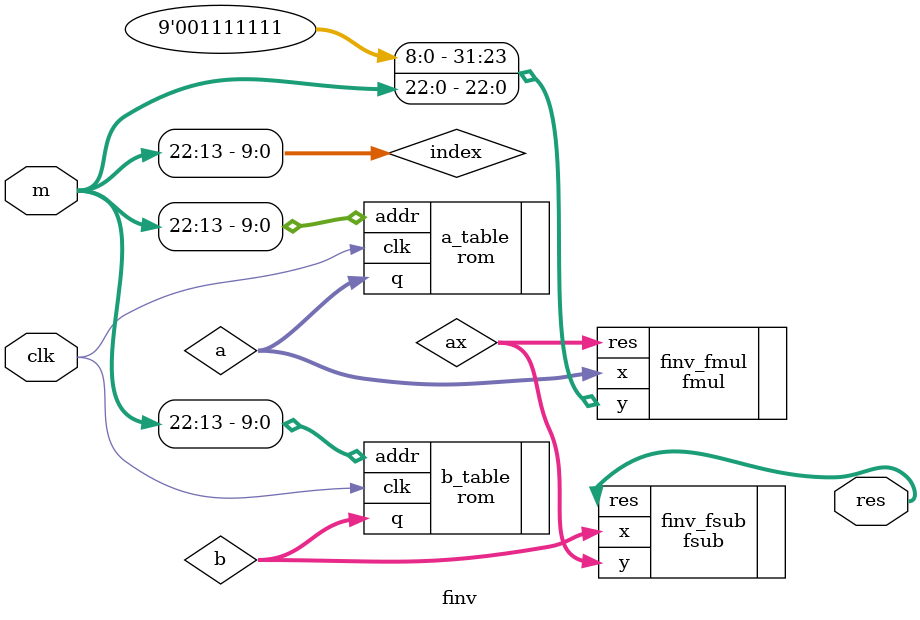
<source format=sv>
`default_nettype none

module finv
    (
        input wire clk,
        input wire [22:0] m,
        output wire [31:0] res
    );

    wire [9:0] index = m[22-:10];
    wire [31:0] a, b;

    rom #(
        .MEM_INIT_FILE("a_approx.mem"),
        .DATA_WIDTH(32),
        .DATA_DEPTH(1024),
        .ADDR_WIDTH(10)
    ) a_table (
        .clk(clk),
        .addr(index),
        .q(a)
    );

    rom #(
        .MEM_INIT_FILE("b_approx.mem"),
        .DATA_WIDTH(32),
        .DATA_DEPTH(1024),
        .ADDR_WIDTH(10)
    ) b_table (
        .clk(clk),
        .addr(index),
        .q(b)
    );

    wire [31:0] ax;
    fmul finv_fmul(
        .x(a),
        .y({1'b0,8'd127,m}),
        .res(ax)
    );
    fsub finv_fsub(
        .x(b),
        .y(ax),
        .res(res)
    );
endmodule

`default_nettype wire
</source>
